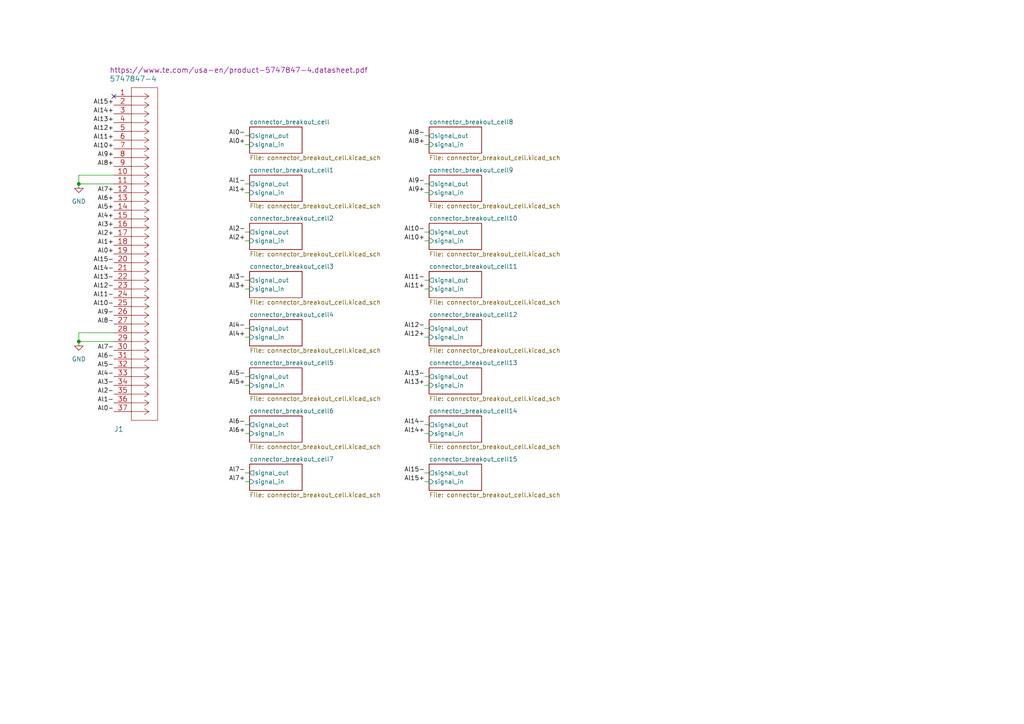
<source format=kicad_sch>
(kicad_sch (version 20230121) (generator eeschema)
  (paper "A4")
  (title_block (title "Voltage Input Breakout Board") (date "2023-03-23") (rev "C") (company "Missouri S&T  Rocket Design Team") (comment 3 "Advisors: Jacob King, Seth Sievers") (comment 4 "Author: Andrew Matteson"))
  (lib_symbols
    (symbol "custom_library:5747847-4" (pin_names (offset 0.254) hide)
      (property "Reference" "J" (at 8.89 -96.52 0))
      (property "Value" "5747847-4" (at 8.89 7.874 0))
      (property "Datasheet" "https://www.te.com/usa-en/product-5747847-4.datasheet.pdf" (at 8.89 -99.06 0))
      (symbol "5747847-4_1_1"
        (polyline (pts (xy 5.08 -93.98) (xy 12.7 -93.98)) (stroke (width 0.127)))
        (polyline (pts (xy 5.08 2.54) (xy 5.08 -93.98)) (stroke (width 0.127)))
        (polyline (pts (xy 10.16 -91.44) (xy 5.08 -91.44)) (stroke (width 0.127)))
        (polyline (pts (xy 10.16 -91.44) (xy 8.89 -92.2782)) (stroke (width 0.127)))
        (polyline (pts (xy 10.16 -91.44) (xy 8.89 -90.6018)) (stroke (width 0.127)))
        (polyline (pts (xy 10.16 -88.9) (xy 5.08 -88.9)) (stroke (width 0.127)))
        (polyline (pts (xy 10.16 -88.9) (xy 8.89 -89.7382)) (stroke (width 0.127)))
        (polyline (pts (xy 10.16 -88.9) (xy 8.89 -88.0618)) (stroke (width 0.127)))
        (polyline (pts (xy 10.16 -86.36) (xy 5.08 -86.36)) (stroke (width 0.127)))
        (polyline (pts (xy 10.16 -86.36) (xy 8.89 -87.1982)) (stroke (width 0.127)))
        (polyline (pts (xy 10.16 -86.36) (xy 8.89 -85.5218)) (stroke (width 0.127)))
        (polyline (pts (xy 10.16 -83.82) (xy 5.08 -83.82)) (stroke (width 0.127)))
        (polyline (pts (xy 10.16 -83.82) (xy 8.89 -84.6582)) (stroke (width 0.127)))
        (polyline (pts (xy 10.16 -83.82) (xy 8.89 -82.9818)) (stroke (width 0.127)))
        (polyline (pts (xy 10.16 -81.28) (xy 5.08 -81.28)) (stroke (width 0.127)))
        (polyline (pts (xy 10.16 -81.28) (xy 8.89 -82.1182)) (stroke (width 0.127)))
        (polyline (pts (xy 10.16 -81.28) (xy 8.89 -80.4418)) (stroke (width 0.127)))
        (polyline (pts (xy 10.16 -78.74) (xy 5.08 -78.74)) (stroke (width 0.127)))
        (polyline (pts (xy 10.16 -78.74) (xy 8.89 -79.5782)) (stroke (width 0.127)))
        (polyline (pts (xy 10.16 -78.74) (xy 8.89 -77.9018)) (stroke (width 0.127)))
        (polyline (pts (xy 10.16 -76.2) (xy 5.08 -76.2)) (stroke (width 0.127)))
        (polyline (pts (xy 10.16 -76.2) (xy 8.89 -77.0382)) (stroke (width 0.127)))
        (polyline (pts (xy 10.16 -76.2) (xy 8.89 -75.3618)) (stroke (width 0.127)))
        (polyline (pts (xy 10.16 -73.66) (xy 5.08 -73.66)) (stroke (width 0.127)))
        (polyline (pts (xy 10.16 -73.66) (xy 8.89 -74.4982)) (stroke (width 0.127)))
        (polyline (pts (xy 10.16 -73.66) (xy 8.89 -72.8218)) (stroke (width 0.127)))
        (polyline (pts (xy 10.16 -71.12) (xy 5.08 -71.12)) (stroke (width 0.127)))
        (polyline (pts (xy 10.16 -71.12) (xy 8.89 -71.9582)) (stroke (width 0.127)))
        (polyline (pts (xy 10.16 -71.12) (xy 8.89 -70.2818)) (stroke (width 0.127)))
        (polyline (pts (xy 10.16 -68.58) (xy 5.08 -68.58)) (stroke (width 0.127)))
        (polyline (pts (xy 10.16 -68.58) (xy 8.89 -69.4182)) (stroke (width 0.127)))
        (polyline (pts (xy 10.16 -68.58) (xy 8.89 -67.7418)) (stroke (width 0.127)))
        (polyline (pts (xy 10.16 -66.04) (xy 5.08 -66.04)) (stroke (width 0.127)))
        (polyline (pts (xy 10.16 -66.04) (xy 8.89 -66.8782)) (stroke (width 0.127)))
        (polyline (pts (xy 10.16 -66.04) (xy 8.89 -65.2018)) (stroke (width 0.127)))
        (polyline (pts (xy 10.16 -63.5) (xy 5.08 -63.5)) (stroke (width 0.127)))
        (polyline (pts (xy 10.16 -63.5) (xy 8.89 -64.3382)) (stroke (width 0.127)))
        (polyline (pts (xy 10.16 -63.5) (xy 8.89 -62.6618)) (stroke (width 0.127)))
        (polyline (pts (xy 10.16 -60.96) (xy 5.08 -60.96)) (stroke (width 0.127)))
        (polyline (pts (xy 10.16 -60.96) (xy 8.89 -61.7982)) (stroke (width 0.127)))
        (polyline (pts (xy 10.16 -60.96) (xy 8.89 -60.1218)) (stroke (width 0.127)))
        (polyline (pts (xy 10.16 -58.42) (xy 5.08 -58.42)) (stroke (width 0.127)))
        (polyline (pts (xy 10.16 -58.42) (xy 8.89 -59.2582)) (stroke (width 0.127)))
        (polyline (pts (xy 10.16 -58.42) (xy 8.89 -57.5818)) (stroke (width 0.127)))
        (polyline (pts (xy 10.16 -55.88) (xy 5.08 -55.88)) (stroke (width 0.127)))
        (polyline (pts (xy 10.16 -55.88) (xy 8.89 -56.7182)) (stroke (width 0.127)))
        (polyline (pts (xy 10.16 -55.88) (xy 8.89 -55.0418)) (stroke (width 0.127)))
        (polyline (pts (xy 10.16 -53.34) (xy 5.08 -53.34)) (stroke (width 0.127)))
        (polyline (pts (xy 10.16 -53.34) (xy 8.89 -54.1782)) (stroke (width 0.127)))
        (polyline (pts (xy 10.16 -53.34) (xy 8.89 -52.5018)) (stroke (width 0.127)))
        (polyline (pts (xy 10.16 -50.8) (xy 5.08 -50.8)) (stroke (width 0.127)))
        (polyline (pts (xy 10.16 -50.8) (xy 8.89 -51.6382)) (stroke (width 0.127)))
        (polyline (pts (xy 10.16 -50.8) (xy 8.89 -49.9618)) (stroke (width 0.127)))
        (polyline (pts (xy 10.16 -48.26) (xy 5.08 -48.26)) (stroke (width 0.127)))
        (polyline (pts (xy 10.16 -48.26) (xy 8.89 -49.0982)) (stroke (width 0.127)))
        (polyline (pts (xy 10.16 -48.26) (xy 8.89 -47.4218)) (stroke (width 0.127)))
        (polyline (pts (xy 10.16 -45.72) (xy 5.08 -45.72)) (stroke (width 0.127)))
        (polyline (pts (xy 10.16 -45.72) (xy 8.89 -46.5582)) (stroke (width 0.127)))
        (polyline (pts (xy 10.16 -45.72) (xy 8.89 -44.8818)) (stroke (width 0.127)))
        (polyline (pts (xy 10.16 -43.18) (xy 5.08 -43.18)) (stroke (width 0.127)))
        (polyline (pts (xy 10.16 -43.18) (xy 8.89 -44.0182)) (stroke (width 0.127)))
        (polyline (pts (xy 10.16 -43.18) (xy 8.89 -42.3418)) (stroke (width 0.127)))
        (polyline (pts (xy 10.16 -40.64) (xy 5.08 -40.64)) (stroke (width 0.127)))
        (polyline (pts (xy 10.16 -40.64) (xy 8.89 -41.4782)) (stroke (width 0.127)))
        (polyline (pts (xy 10.16 -40.64) (xy 8.89 -39.8018)) (stroke (width 0.127)))
        (polyline (pts (xy 10.16 -38.1) (xy 5.08 -38.1)) (stroke (width 0.127)))
        (polyline (pts (xy 10.16 -38.1) (xy 8.89 -38.9382)) (stroke (width 0.127)))
        (polyline (pts (xy 10.16 -38.1) (xy 8.89 -37.2618)) (stroke (width 0.127)))
        (polyline (pts (xy 10.16 -35.56) (xy 5.08 -35.56)) (stroke (width 0.127)))
        (polyline (pts (xy 10.16 -35.56) (xy 8.89 -36.3982)) (stroke (width 0.127)))
        (polyline (pts (xy 10.16 -35.56) (xy 8.89 -34.7218)) (stroke (width 0.127)))
        (polyline (pts (xy 10.16 -33.02) (xy 5.08 -33.02)) (stroke (width 0.127)))
        (polyline (pts (xy 10.16 -33.02) (xy 8.89 -33.8582)) (stroke (width 0.127)))
        (polyline (pts (xy 10.16 -33.02) (xy 8.89 -32.1818)) (stroke (width 0.127)))
        (polyline (pts (xy 10.16 -30.48) (xy 5.08 -30.48)) (stroke (width 0.127)))
        (polyline (pts (xy 10.16 -30.48) (xy 8.89 -31.3182)) (stroke (width 0.127)))
        (polyline (pts (xy 10.16 -30.48) (xy 8.89 -29.6418)) (stroke (width 0.127)))
        (polyline (pts (xy 10.16 -27.94) (xy 5.08 -27.94)) (stroke (width 0.127)))
        (polyline (pts (xy 10.16 -27.94) (xy 8.89 -28.7782)) (stroke (width 0.127)))
        (polyline (pts (xy 10.16 -27.94) (xy 8.89 -27.1018)) (stroke (width 0.127)))
        (polyline (pts (xy 10.16 -25.4) (xy 5.08 -25.4)) (stroke (width 0.127)))
        (polyline (pts (xy 10.16 -25.4) (xy 8.89 -26.2382)) (stroke (width 0.127)))
        (polyline (pts (xy 10.16 -25.4) (xy 8.89 -24.5618)) (stroke (width 0.127)))
        (polyline (pts (xy 10.16 -22.86) (xy 5.08 -22.86)) (stroke (width 0.127)))
        (polyline (pts (xy 10.16 -22.86) (xy 8.89 -23.6982)) (stroke (width 0.127)))
        (polyline (pts (xy 10.16 -22.86) (xy 8.89 -22.0218)) (stroke (width 0.127)))
        (polyline (pts (xy 10.16 -20.32) (xy 5.08 -20.32)) (stroke (width 0.127)))
        (polyline (pts (xy 10.16 -20.32) (xy 8.89 -21.1582)) (stroke (width 0.127)))
        (polyline (pts (xy 10.16 -20.32) (xy 8.89 -19.4818)) (stroke (width 0.127)))
        (polyline (pts (xy 10.16 -17.78) (xy 5.08 -17.78)) (stroke (width 0.127)))
        (polyline (pts (xy 10.16 -17.78) (xy 8.89 -18.6182)) (stroke (width 0.127)))
        (polyline (pts (xy 10.16 -17.78) (xy 8.89 -16.9418)) (stroke (width 0.127)))
        (polyline (pts (xy 10.16 -15.24) (xy 5.08 -15.24)) (stroke (width 0.127)))
        (polyline (pts (xy 10.16 -15.24) (xy 8.89 -16.0782)) (stroke (width 0.127)))
        (polyline (pts (xy 10.16 -15.24) (xy 8.89 -14.4018)) (stroke (width 0.127)))
        (polyline (pts (xy 10.16 -12.7) (xy 5.08 -12.7)) (stroke (width 0.127)))
        (polyline (pts (xy 10.16 -12.7) (xy 8.89 -13.5382)) (stroke (width 0.127)))
        (polyline (pts (xy 10.16 -12.7) (xy 8.89 -11.8618)) (stroke (width 0.127)))
        (polyline (pts (xy 10.16 -10.16) (xy 5.08 -10.16)) (stroke (width 0.127)))
        (polyline (pts (xy 10.16 -10.16) (xy 8.89 -10.9982)) (stroke (width 0.127)))
        (polyline (pts (xy 10.16 -10.16) (xy 8.89 -9.3218)) (stroke (width 0.127)))
        (polyline (pts (xy 10.16 -7.62) (xy 5.08 -7.62)) (stroke (width 0.127)))
        (polyline (pts (xy 10.16 -7.62) (xy 8.89 -8.4582)) (stroke (width 0.127)))
        (polyline (pts (xy 10.16 -7.62) (xy 8.89 -6.7818)) (stroke (width 0.127)))
        (polyline (pts (xy 10.16 -5.08) (xy 5.08 -5.08)) (stroke (width 0.127)))
        (polyline (pts (xy 10.16 -5.08) (xy 8.89 -5.9182)) (stroke (width 0.127)))
        (polyline (pts (xy 10.16 -5.08) (xy 8.89 -4.2418)) (stroke (width 0.127)))
        (polyline (pts (xy 10.16 -2.54) (xy 5.08 -2.54)) (stroke (width 0.127)))
        (polyline (pts (xy 10.16 -2.54) (xy 8.89 -3.3782)) (stroke (width 0.127)))
        (polyline (pts (xy 10.16 -2.54) (xy 8.89 -1.7018)) (stroke (width 0.127)))
        (polyline (pts (xy 10.16 0) (xy 5.08 0)) (stroke (width 0.127)))
        (polyline (pts (xy 10.16 0) (xy 8.89 -0.8382)) (stroke (width 0.127)))
        (polyline (pts (xy 10.16 0) (xy 8.89 0.8382)) (stroke (width 0.127)))
        (polyline (pts (xy 12.7 -93.98) (xy 12.7 2.54)) (stroke (width 0.127)))
        (polyline (pts (xy 12.7 2.54) (xy 5.08 2.54)) (stroke (width 0.127)))
        (pin unspecified line (at 0 0 0) (length 5.08) (name "1") (number "1"))
        (pin unspecified line (at 0 -22.86 0) (length 5.08) (name "10") (number "10"))
        (pin unspecified line (at 0 -25.4 0) (length 5.08) (name "11") (number "11"))
        (pin unspecified line (at 0 -27.94 0) (length 5.08) (name "12") (number "12"))
        (pin unspecified line (at 0 -30.48 0) (length 5.08) (name "13") (number "13"))
        (pin unspecified line (at 0 -33.02 0) (length 5.08) (name "14") (number "14"))
        (pin unspecified line (at 0 -35.56 0) (length 5.08) (name "15") (number "15"))
        (pin unspecified line (at 0 -38.1 0) (length 5.08) (name "16") (number "16"))
        (pin unspecified line (at 0 -40.64 0) (length 5.08) (name "17") (number "17"))
        (pin unspecified line (at 0 -43.18 0) (length 5.08) (name "18") (number "18"))
        (pin unspecified line (at 0 -45.72 0) (length 5.08) (name "19") (number "19"))
        (pin unspecified line (at 0 -2.54 0) (length 5.08) (name "2") (number "2"))
        (pin unspecified line (at 0 -48.26 0) (length 5.08) (name "20") (number "20"))
        (pin unspecified line (at 0 -50.8 0) (length 5.08) (name "21") (number "21"))
        (pin unspecified line (at 0 -53.34 0) (length 5.08) (name "22") (number "22"))
        (pin unspecified line (at 0 -55.88 0) (length 5.08) (name "23") (number "23"))
        (pin unspecified line (at 0 -58.42 0) (length 5.08) (name "24") (number "24"))
        (pin unspecified line (at 0 -60.96 0) (length 5.08) (name "25") (number "25"))
        (pin unspecified line (at 0 -63.5 0) (length 5.08) (name "26") (number "26"))
        (pin unspecified line (at 0 -66.04 0) (length 5.08) (name "27") (number "27"))
        (pin unspecified line (at 0 -68.58 0) (length 5.08) (name "28") (number "28"))
        (pin unspecified line (at 0 -71.12 0) (length 5.08) (name "29") (number "29"))
        (pin unspecified line (at 0 -5.08 0) (length 5.08) (name "3") (number "3"))
        (pin unspecified line (at 0 -73.66 0) (length 5.08) (name "30") (number "30"))
        (pin unspecified line (at 0 -76.2 0) (length 5.08) (name "31") (number "31"))
        (pin unspecified line (at 0 -78.74 0) (length 5.08) (name "32") (number "32"))
        (pin unspecified line (at 0 -81.28 0) (length 5.08) (name "33") (number "33"))
        (pin unspecified line (at 0 -83.82 0) (length 5.08) (name "34") (number "34"))
        (pin unspecified line (at 0 -86.36 0) (length 5.08) (name "35") (number "35"))
        (pin unspecified line (at 0 -88.9 0) (length 5.08) (name "36") (number "36"))
        (pin unspecified line (at 0 -91.44 0) (length 5.08) (name "37") (number "37"))
        (pin unspecified line (at 0 -7.62 0) (length 5.08) (name "4") (number "4"))
        (pin unspecified line (at 0 -10.16 0) (length 5.08) (name "5") (number "5"))
        (pin unspecified line (at 0 -12.7 0) (length 5.08) (name "6") (number "6"))
        (pin unspecified line (at 0 -15.24 0) (length 5.08) (name "7") (number "7"))
        (pin unspecified line (at 0 -17.78 0) (length 5.08) (name "8") (number "8"))
        (pin unspecified line (at 0 -20.32 0) (length 5.08) (name "9") (number "9"))
      )
    )
    (symbol "power:GND" (power) (pin_names (offset 0))
      (property "Value" "GND" (at 0 -3.81 0))
      (symbol "GND_0_1"
        (polyline (pts (xy 0 0) (xy 0 -1.27) (xy 1.27 -1.27) (xy 0 -2.54) (xy -1.27 -1.27) (xy 0 -1.27)))
      )
      (symbol "GND_1_1"
        (pin power_in line (at 0 0 270) (length 0) hide (name "GND") (number "1"))
      )
    )
  )
  (junction (at 22.86 53.34))
  (junction (at 22.86 99.06))
  (no_connect (at 33.02 27.94))
  (wire (pts (xy 22.86 50.8) (xy 22.86 53.34)))
  (wire (pts (xy 123.19 83.82) (xy 124.46 83.82)))
  (wire (pts (xy 123.19 95.25) (xy 124.46 95.25)))
  (wire (pts (xy 123.19 97.79) (xy 124.46 97.79)))
  (wire (pts (xy 123.19 111.76) (xy 124.46 111.76)))
  (wire (pts (xy 71.12 83.82) (xy 72.39 83.82)))
  (wire (pts (xy 71.12 125.73) (xy 72.39 125.73)))
  (wire (pts (xy 123.19 123.19) (xy 124.46 123.19)))
  (wire (pts (xy 123.19 55.88) (xy 124.46 55.88)))
  (wire (pts (xy 123.19 67.31) (xy 124.46 67.31)))
  (wire (pts (xy 71.12 97.79) (xy 72.39 97.79)))
  (wire (pts (xy 123.19 139.7) (xy 124.46 139.7)))
  (wire (pts (xy 33.02 50.8) (xy 22.86 50.8)))
  (wire (pts (xy 22.86 99.06) (xy 22.86 96.52)))
  (wire (pts (xy 123.19 69.85) (xy 124.46 69.85)))
  (wire (pts (xy 123.19 39.37) (xy 124.46 39.37)))
  (wire (pts (xy 71.12 109.22) (xy 72.39 109.22)))
  (wire (pts (xy 71.12 81.28) (xy 72.39 81.28)))
  (wire (pts (xy 123.19 81.28) (xy 124.46 81.28)))
  (wire (pts (xy 22.86 53.34) (xy 33.02 53.34)))
  (wire (pts (xy 123.19 109.22) (xy 124.46 109.22)))
  (wire (pts (xy 22.86 96.52) (xy 33.02 96.52)))
  (wire (pts (xy 123.19 41.91) (xy 124.46 41.91)))
  (wire (pts (xy 71.12 123.19) (xy 72.39 123.19)))
  (wire (pts (xy 123.19 53.34) (xy 124.46 53.34)))
  (wire (pts (xy 71.12 53.34) (xy 72.39 53.34)))
  (wire (pts (xy 71.12 69.85) (xy 72.39 69.85)))
  (wire (pts (xy 33.02 99.06) (xy 22.86 99.06)))
  (wire (pts (xy 71.12 41.91) (xy 72.39 41.91)))
  (wire (pts (xy 71.12 67.31) (xy 72.39 67.31)))
  (wire (pts (xy 123.19 137.16) (xy 124.46 137.16)))
  (wire (pts (xy 71.12 39.37) (xy 72.39 39.37)))
  (wire (pts (xy 71.12 111.76) (xy 72.39 111.76)))
  (wire (pts (xy 71.12 95.25) (xy 72.39 95.25)))
  (wire (pts (xy 71.12 137.16) (xy 72.39 137.16)))
  (wire (pts (xy 71.12 139.7) (xy 72.39 139.7)))
  (wire (pts (xy 123.19 125.73) (xy 124.46 125.73)))
  (wire (pts (xy 71.12 55.88) (xy 72.39 55.88)))
  (label "Al13+" (at 123.19 111.76 180))
  (label "Al9+" (at 33.02 45.72 180))
  (label "Al15-" (at 123.19 137.16 180))
  (label "Al0+" (at 71.12 41.91 180))
  (label "Al12+" (at 123.19 97.79 180))
  (label "Al11-" (at 33.02 86.36 180))
  (label "Al1-" (at 33.02 116.84 180))
  (label "Al13-" (at 123.19 109.22 180))
  (label "Al10-" (at 123.19 67.31 180))
  (label "Al6+" (at 33.02 58.42 180))
  (label "Al2-" (at 33.02 114.3 180))
  (label "Al11+" (at 33.02 40.64 180))
  (label "Al5-" (at 71.12 109.22 180))
  (label "Al14-" (at 123.19 123.19 180))
  (label "Al4-" (at 71.12 95.25 180))
  (label "Al3-" (at 33.02 111.76 180))
  (label "Al4+" (at 71.12 97.79 180))
  (label "Al6+" (at 71.12 125.73 180))
  (label "Al12-" (at 33.02 83.82 180))
  (label "Al10+" (at 123.19 69.85 180))
  (label "Al4-" (at 33.02 109.22 180))
  (label "Al5+" (at 33.02 60.96 180))
  (label "Al6-" (at 33.02 104.14 180))
  (label "Al15+" (at 33.02 30.48 180))
  (label "Al2-" (at 71.12 67.31 180))
  (label "Al7-" (at 71.12 137.16 180))
  (label "Al5+" (at 71.12 111.76 180))
  (label "Al13+" (at 33.02 35.56 180))
  (label "Al8+" (at 123.19 41.91 180))
  (label "Al14-" (at 33.02 78.74 180))
  (label "Al11+" (at 123.19 83.82 180))
  (label "Al14+" (at 123.19 125.73 180))
  (label "Al7+" (at 71.12 139.7 180))
  (label "Al1+" (at 71.12 55.88 180))
  (label "Al8+" (at 33.02 48.26 180))
  (label "Al15-" (at 33.02 76.2 180))
  (label "Al8-" (at 33.02 93.98 180))
  (label "Al0+" (at 33.02 73.66 180))
  (label "Al12+" (at 33.02 38.1 180))
  (label "Al2+" (at 33.02 68.58 180))
  (label "Al3+" (at 33.02 66.04 180))
  (label "Al10-" (at 33.02 88.9 180))
  (label "Al10+" (at 33.02 43.18 180))
  (label "Al2+" (at 71.12 69.85 180))
  (label "Al11-" (at 123.19 81.28 180))
  (label "Al6-" (at 71.12 123.19 180))
  (label "Al12-" (at 123.19 95.25 180))
  (label "Al4+" (at 33.02 63.5 180))
  (label "Al8-" (at 123.19 39.37 180))
  (label "Al9-" (at 123.19 53.34 180))
  (label "Al1+" (at 33.02 71.12 180))
  (label "Al7+" (at 33.02 55.88 180))
  (label "Al9+" (at 123.19 55.88 180))
  (label "Al1-" (at 71.12 53.34 180))
  (label "Al3-" (at 71.12 81.28 180))
  (label "Al15+" (at 123.19 139.7 180))
  (label "Al14+" (at 33.02 33.02 180))
  (label "Al7-" (at 33.02 101.6 180))
  (label "Al5-" (at 33.02 106.68 180))
  (label "Al9-" (at 33.02 91.44 180))
  (label "Al0-" (at 71.12 39.37 180))
  (label "Al0-" (at 33.02 119.38 180))
  (label "Al13-" (at 33.02 81.28 180))
  (label "Al3+" (at 71.12 83.82 180))
  (symbol (lib_id "custom_library:5747847-4") (at 33.02 27.94 0) (unit 1)
    (property "Reference" "J1" (at 33.02 124.46 0) (effects (font (size 1.524 1.524)) (justify left)))
    (property "Value" "5747847-4" (at 31.75 22.86 0) (effects (font (size 1.524 1.524)) (justify left)))
    (property "Footprint" "custom_libraries:5747847-4" (effects hide))
    (property "Datasheet" "https://www.te.com/usa-en/product-5747847-4.datasheet.pdf" (at 31.75 20.32 0) (effects (font (size 1.524 1.524)) (justify left)))
  )
  (symbol (lib_id "power:GND") (at 22.86 53.34 0) (unit 1)
    (property "Reference" "#PWR02" (effects hide))
    (property "Value" "GND" (at 22.86 58.42 0))
  )
  (symbol (lib_id "power:GND") (at 22.86 99.06 0) (unit 1)
    (property "Reference" "#PWR01" (effects hide))
    (property "Value" "GND" (at 22.86 104.14 0))
  )
  (sheet (at 124.46 36.83) (size 15.24 7.62) (stroke (width 0.1524))
    (property "Sheetname" "connector_breakout_cell8" (at 124.46 36.1184 0) (effects (justify left bottom)))
    (property "Sheetfile" "connector_breakout_cell.kicad_sch" (at 124.46 45.0346 0) (effects (justify left top)))
    (pin "signal_in" input (at 124.46 41.91 180))
    (pin "signal_out" output (at 124.46 39.37 180))
  )
  (sheet (at 72.39 50.8) (size 15.24 7.62) (stroke (width 0.1524))
    (property "Sheetname" "connector_breakout_cell1" (at 72.39 50.0884 0) (effects (justify left bottom)))
    (property "Sheetfile" "connector_breakout_cell.kicad_sch" (at 72.39 59.0046 0) (effects (justify left top)))
    (pin "signal_in" input (at 72.39 55.88 180))
    (pin "signal_out" output (at 72.39 53.34 180))
  )
  (sheet (at 124.46 120.65) (size 15.24 7.62) (stroke (width 0.1524))
    (property "Sheetname" "connector_breakout_cell14" (at 124.46 119.9384 0) (effects (justify left bottom)))
    (property "Sheetfile" "connector_breakout_cell.kicad_sch" (at 124.46 128.8546 0) (effects (justify left top)))
    (pin "signal_in" input (at 124.46 125.73 180))
    (pin "signal_out" output (at 124.46 123.19 180))
  )
  (sheet (at 72.39 64.77) (size 15.24 7.62) (stroke (width 0.1524))
    (property "Sheetname" "connector_breakout_cell2" (at 72.39 64.0584 0) (effects (justify left bottom)))
    (property "Sheetfile" "connector_breakout_cell.kicad_sch" (at 72.39 72.9746 0) (effects (justify left top)))
    (pin "signal_in" input (at 72.39 69.85 180))
    (pin "signal_out" output (at 72.39 67.31 180))
  )
  (sheet (at 72.39 120.65) (size 15.24 7.62) (stroke (width 0.1524))
    (property "Sheetname" "connector_breakout_cell6" (at 72.39 119.9384 0) (effects (justify left bottom)))
    (property "Sheetfile" "connector_breakout_cell.kicad_sch" (at 72.39 128.8546 0) (effects (justify left top)))
    (pin "signal_in" input (at 72.39 125.73 180))
    (pin "signal_out" output (at 72.39 123.19 180))
  )
  (sheet (at 124.46 106.68) (size 15.24 7.62) (stroke (width 0.1524))
    (property "Sheetname" "connector_breakout_cell13" (at 124.46 105.9684 0) (effects (justify left bottom)))
    (property "Sheetfile" "connector_breakout_cell.kicad_sch" (at 124.46 114.8846 0) (effects (justify left top)))
    (pin "signal_in" input (at 124.46 111.76 180))
    (pin "signal_out" output (at 124.46 109.22 180))
  )
  (sheet (at 72.39 92.71) (size 15.24 7.62) (stroke (width 0.1524))
    (property "Sheetname" "connector_breakout_cell4" (at 72.39 91.9984 0) (effects (justify left bottom)))
    (property "Sheetfile" "connector_breakout_cell.kicad_sch" (at 72.39 100.9146 0) (effects (justify left top)))
    (pin "signal_in" input (at 72.39 97.79 180))
    (pin "signal_out" output (at 72.39 95.25 180))
  )
  (sheet (at 72.39 78.74) (size 15.24 7.62) (stroke (width 0.1524))
    (property "Sheetname" "connector_breakout_cell3" (at 72.39 78.0284 0) (effects (justify left bottom)))
    (property "Sheetfile" "connector_breakout_cell.kicad_sch" (at 72.39 86.9446 0) (effects (justify left top)))
    (pin "signal_in" input (at 72.39 83.82 180))
    (pin "signal_out" output (at 72.39 81.28 180))
  )
  (sheet (at 72.39 134.62) (size 15.24 7.62) (stroke (width 0.1524))
    (property "Sheetname" "connector_breakout_cell7" (at 72.39 133.9084 0) (effects (justify left bottom)))
    (property "Sheetfile" "connector_breakout_cell.kicad_sch" (at 72.39 142.8246 0) (effects (justify left top)))
    (pin "signal_in" input (at 72.39 139.7 180))
    (pin "signal_out" output (at 72.39 137.16 180))
  )
  (sheet (at 124.46 78.74) (size 15.24 7.62) (stroke (width 0.1524))
    (property "Sheetname" "connector_breakout_cell11" (at 124.46 78.0284 0) (effects (justify left bottom)))
    (property "Sheetfile" "connector_breakout_cell.kicad_sch" (at 124.46 86.9446 0) (effects (justify left top)))
    (pin "signal_in" input (at 124.46 83.82 180))
    (pin "signal_out" output (at 124.46 81.28 180))
  )
  (sheet (at 72.39 36.83) (size 15.24 7.62) (stroke (width 0.1524))
    (property "Sheetname" "connector_breakout_cell" (at 72.39 36.1184 0) (effects (justify left bottom)))
    (property "Sheetfile" "connector_breakout_cell.kicad_sch" (at 72.39 45.0346 0) (effects (justify left top)))
    (pin "signal_in" input (at 72.39 41.91 180))
    (pin "signal_out" output (at 72.39 39.37 180))
  )
  (sheet (at 124.46 134.62) (size 15.24 7.62) (stroke (width 0.1524))
    (property "Sheetname" "connector_breakout_cell15" (at 124.46 133.9084 0) (effects (justify left bottom)))
    (property "Sheetfile" "connector_breakout_cell.kicad_sch" (at 124.46 142.8246 0) (effects (justify left top)))
    (pin "signal_in" input (at 124.46 139.7 180))
    (pin "signal_out" output (at 124.46 137.16 180))
  )
  (sheet (at 124.46 50.8) (size 15.24 7.62) (stroke (width 0.1524))
    (property "Sheetname" "connector_breakout_cell9" (at 124.46 50.0884 0) (effects (justify left bottom)))
    (property "Sheetfile" "connector_breakout_cell.kicad_sch" (at 124.46 59.0046 0) (effects (justify left top)))
    (pin "signal_in" input (at 124.46 55.88 180))
    (pin "signal_out" output (at 124.46 53.34 180))
  )
  (sheet (at 72.39 106.68) (size 15.24 7.62) (stroke (width 0.1524))
    (property "Sheetname" "connector_breakout_cell5" (at 72.39 105.9684 0) (effects (justify left bottom)))
    (property "Sheetfile" "connector_breakout_cell.kicad_sch" (at 72.39 114.8846 0) (effects (justify left top)))
    (pin "signal_in" input (at 72.39 111.76 180))
    (pin "signal_out" output (at 72.39 109.22 180))
  )
  (sheet (at 124.46 64.77) (size 15.24 7.62) (stroke (width 0.1524))
    (property "Sheetname" "connector_breakout_cell10" (at 124.46 64.0584 0) (effects (justify left bottom)))
    (property "Sheetfile" "connector_breakout_cell.kicad_sch" (at 124.46 72.9746 0) (effects (justify left top)))
    (pin "signal_in" input (at 124.46 69.85 180))
    (pin "signal_out" output (at 124.46 67.31 180))
  )
  (sheet (at 124.46 92.71) (size 15.24 7.62) (stroke (width 0.1524))
    (property "Sheetname" "connector_breakout_cell12" (at 124.46 91.9984 0) (effects (justify left bottom)))
    (property "Sheetfile" "connector_breakout_cell.kicad_sch" (at 124.46 100.9146 0) (effects (justify left top)))
    (pin "signal_in" input (at 124.46 97.79 180))
    (pin "signal_out" output (at 124.46 95.25 180))
  )
)
</source>
